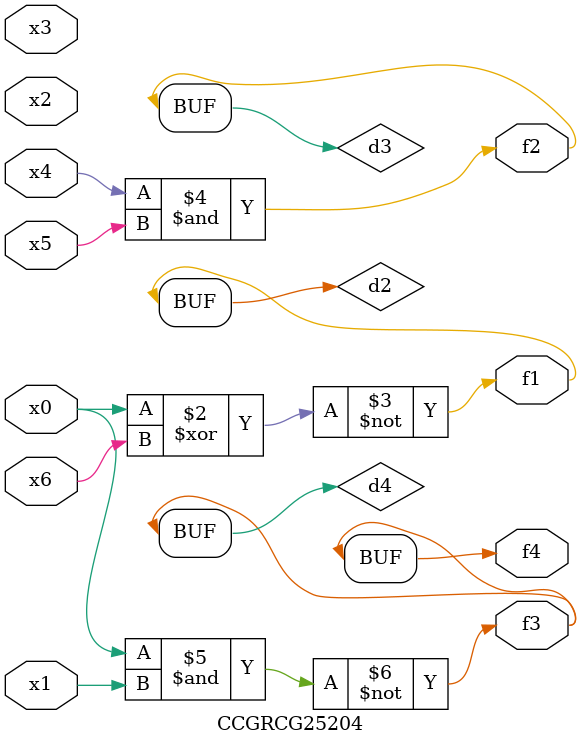
<source format=v>
module CCGRCG25204(
	input x0, x1, x2, x3, x4, x5, x6,
	output f1, f2, f3, f4
);

	wire d1, d2, d3, d4;

	nor (d1, x0);
	xnor (d2, x0, x6);
	and (d3, x4, x5);
	nand (d4, x0, x1);
	assign f1 = d2;
	assign f2 = d3;
	assign f3 = d4;
	assign f4 = d4;
endmodule

</source>
